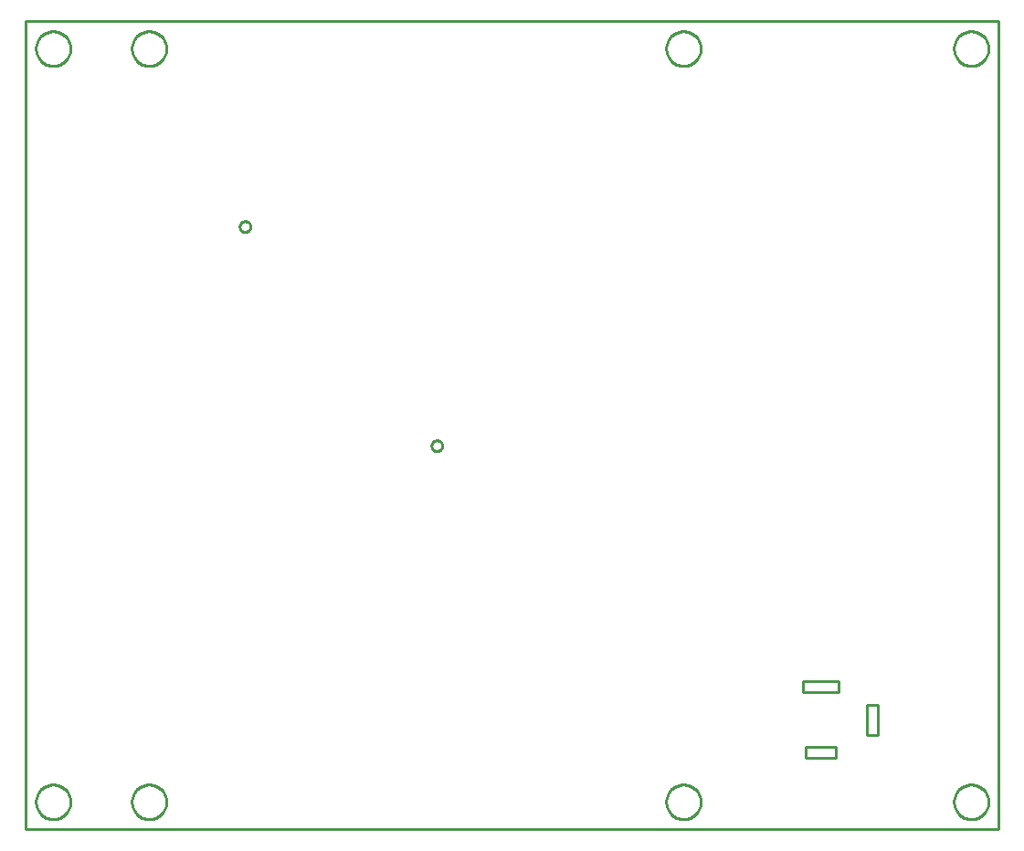
<source format=gbr>
G04 EAGLE Gerber X2 export*
%TF.Part,Single*%
%TF.FileFunction,Profile,NP*%
%TF.FilePolarity,Positive*%
%TF.GenerationSoftware,Autodesk,EAGLE,9.1.0*%
%TF.CreationDate,2019-04-29T08:05:55Z*%
G75*
%MOMM*%
%FSLAX34Y34*%
%LPD*%
%AMOC8*
5,1,8,0,0,1.08239X$1,22.5*%
G01*
%ADD10C,0.254000*%


D10*
X0Y0D02*
X901700Y0D01*
X901700Y749300D01*
X0Y749200D01*
X0Y0D01*
X722600Y66600D02*
X750600Y66600D01*
X750600Y76600D01*
X722600Y76600D01*
X722600Y66600D01*
X720100Y127600D02*
X753100Y127600D01*
X753100Y137600D01*
X720100Y137600D01*
X720100Y127600D01*
X779600Y87600D02*
X789600Y87600D01*
X789600Y115600D01*
X779600Y115600D01*
X779600Y87600D01*
X892300Y723376D02*
X892232Y722331D01*
X892095Y721292D01*
X891890Y720265D01*
X891619Y719253D01*
X891283Y718261D01*
X890882Y717293D01*
X890418Y716354D01*
X889895Y715446D01*
X889313Y714575D01*
X888675Y713744D01*
X887984Y712957D01*
X887243Y712216D01*
X886456Y711525D01*
X885625Y710888D01*
X884754Y710306D01*
X883846Y709782D01*
X882907Y709318D01*
X881939Y708917D01*
X880947Y708581D01*
X879935Y708310D01*
X878908Y708105D01*
X877869Y707969D01*
X876824Y707900D01*
X875776Y707900D01*
X874731Y707969D01*
X873692Y708105D01*
X872665Y708310D01*
X871653Y708581D01*
X870661Y708917D01*
X869693Y709318D01*
X868754Y709782D01*
X867846Y710306D01*
X866975Y710888D01*
X866144Y711525D01*
X865357Y712216D01*
X864616Y712957D01*
X863925Y713744D01*
X863288Y714575D01*
X862706Y715446D01*
X862182Y716354D01*
X861718Y717293D01*
X861317Y718261D01*
X860981Y719253D01*
X860710Y720265D01*
X860505Y721292D01*
X860369Y722331D01*
X860300Y723376D01*
X860300Y724424D01*
X860369Y725469D01*
X860505Y726508D01*
X860710Y727535D01*
X860981Y728547D01*
X861317Y729539D01*
X861718Y730507D01*
X862182Y731446D01*
X862706Y732354D01*
X863288Y733225D01*
X863925Y734056D01*
X864616Y734843D01*
X865357Y735584D01*
X866144Y736275D01*
X866975Y736913D01*
X867846Y737495D01*
X868754Y738018D01*
X869693Y738482D01*
X870661Y738883D01*
X871653Y739219D01*
X872665Y739490D01*
X873692Y739695D01*
X874731Y739832D01*
X875776Y739900D01*
X876824Y739900D01*
X877869Y739832D01*
X878908Y739695D01*
X879935Y739490D01*
X880947Y739219D01*
X881939Y738883D01*
X882907Y738482D01*
X883846Y738018D01*
X884754Y737495D01*
X885625Y736913D01*
X886456Y736275D01*
X887243Y735584D01*
X887984Y734843D01*
X888675Y734056D01*
X889313Y733225D01*
X889895Y732354D01*
X890418Y731446D01*
X890882Y730507D01*
X891283Y729539D01*
X891619Y728547D01*
X891890Y727535D01*
X892095Y726508D01*
X892232Y725469D01*
X892300Y724424D01*
X892300Y723376D01*
X892300Y24876D02*
X892232Y23831D01*
X892095Y22792D01*
X891890Y21765D01*
X891619Y20753D01*
X891283Y19761D01*
X890882Y18793D01*
X890418Y17854D01*
X889895Y16946D01*
X889313Y16075D01*
X888675Y15244D01*
X887984Y14457D01*
X887243Y13716D01*
X886456Y13025D01*
X885625Y12388D01*
X884754Y11806D01*
X883846Y11282D01*
X882907Y10818D01*
X881939Y10417D01*
X880947Y10081D01*
X879935Y9810D01*
X878908Y9605D01*
X877869Y9469D01*
X876824Y9400D01*
X875776Y9400D01*
X874731Y9469D01*
X873692Y9605D01*
X872665Y9810D01*
X871653Y10081D01*
X870661Y10417D01*
X869693Y10818D01*
X868754Y11282D01*
X867846Y11806D01*
X866975Y12388D01*
X866144Y13025D01*
X865357Y13716D01*
X864616Y14457D01*
X863925Y15244D01*
X863288Y16075D01*
X862706Y16946D01*
X862182Y17854D01*
X861718Y18793D01*
X861317Y19761D01*
X860981Y20753D01*
X860710Y21765D01*
X860505Y22792D01*
X860369Y23831D01*
X860300Y24876D01*
X860300Y25924D01*
X860369Y26969D01*
X860505Y28008D01*
X860710Y29035D01*
X860981Y30047D01*
X861317Y31039D01*
X861718Y32007D01*
X862182Y32946D01*
X862706Y33854D01*
X863288Y34725D01*
X863925Y35556D01*
X864616Y36343D01*
X865357Y37084D01*
X866144Y37775D01*
X866975Y38413D01*
X867846Y38995D01*
X868754Y39518D01*
X869693Y39982D01*
X870661Y40383D01*
X871653Y40719D01*
X872665Y40990D01*
X873692Y41195D01*
X874731Y41332D01*
X875776Y41400D01*
X876824Y41400D01*
X877869Y41332D01*
X878908Y41195D01*
X879935Y40990D01*
X880947Y40719D01*
X881939Y40383D01*
X882907Y39982D01*
X883846Y39518D01*
X884754Y38995D01*
X885625Y38413D01*
X886456Y37775D01*
X887243Y37084D01*
X887984Y36343D01*
X888675Y35556D01*
X889313Y34725D01*
X889895Y33854D01*
X890418Y32946D01*
X890882Y32007D01*
X891283Y31039D01*
X891619Y30047D01*
X891890Y29035D01*
X892095Y28008D01*
X892232Y26969D01*
X892300Y25924D01*
X892300Y24876D01*
X41400Y24876D02*
X41332Y23831D01*
X41195Y22792D01*
X40990Y21765D01*
X40719Y20753D01*
X40383Y19761D01*
X39982Y18793D01*
X39518Y17854D01*
X38995Y16946D01*
X38413Y16075D01*
X37775Y15244D01*
X37084Y14457D01*
X36343Y13716D01*
X35556Y13025D01*
X34725Y12388D01*
X33854Y11806D01*
X32946Y11282D01*
X32007Y10818D01*
X31039Y10417D01*
X30047Y10081D01*
X29035Y9810D01*
X28008Y9605D01*
X26969Y9469D01*
X25924Y9400D01*
X24876Y9400D01*
X23831Y9469D01*
X22792Y9605D01*
X21765Y9810D01*
X20753Y10081D01*
X19761Y10417D01*
X18793Y10818D01*
X17854Y11282D01*
X16946Y11806D01*
X16075Y12388D01*
X15244Y13025D01*
X14457Y13716D01*
X13716Y14457D01*
X13025Y15244D01*
X12388Y16075D01*
X11806Y16946D01*
X11282Y17854D01*
X10818Y18793D01*
X10417Y19761D01*
X10081Y20753D01*
X9810Y21765D01*
X9605Y22792D01*
X9469Y23831D01*
X9400Y24876D01*
X9400Y25924D01*
X9469Y26969D01*
X9605Y28008D01*
X9810Y29035D01*
X10081Y30047D01*
X10417Y31039D01*
X10818Y32007D01*
X11282Y32946D01*
X11806Y33854D01*
X12388Y34725D01*
X13025Y35556D01*
X13716Y36343D01*
X14457Y37084D01*
X15244Y37775D01*
X16075Y38413D01*
X16946Y38995D01*
X17854Y39518D01*
X18793Y39982D01*
X19761Y40383D01*
X20753Y40719D01*
X21765Y40990D01*
X22792Y41195D01*
X23831Y41332D01*
X24876Y41400D01*
X25924Y41400D01*
X26969Y41332D01*
X28008Y41195D01*
X29035Y40990D01*
X30047Y40719D01*
X31039Y40383D01*
X32007Y39982D01*
X32946Y39518D01*
X33854Y38995D01*
X34725Y38413D01*
X35556Y37775D01*
X36343Y37084D01*
X37084Y36343D01*
X37775Y35556D01*
X38413Y34725D01*
X38995Y33854D01*
X39518Y32946D01*
X39982Y32007D01*
X40383Y31039D01*
X40719Y30047D01*
X40990Y29035D01*
X41195Y28008D01*
X41332Y26969D01*
X41400Y25924D01*
X41400Y24876D01*
X41400Y723376D02*
X41332Y722331D01*
X41195Y721292D01*
X40990Y720265D01*
X40719Y719253D01*
X40383Y718261D01*
X39982Y717293D01*
X39518Y716354D01*
X38995Y715446D01*
X38413Y714575D01*
X37775Y713744D01*
X37084Y712957D01*
X36343Y712216D01*
X35556Y711525D01*
X34725Y710888D01*
X33854Y710306D01*
X32946Y709782D01*
X32007Y709318D01*
X31039Y708917D01*
X30047Y708581D01*
X29035Y708310D01*
X28008Y708105D01*
X26969Y707969D01*
X25924Y707900D01*
X24876Y707900D01*
X23831Y707969D01*
X22792Y708105D01*
X21765Y708310D01*
X20753Y708581D01*
X19761Y708917D01*
X18793Y709318D01*
X17854Y709782D01*
X16946Y710306D01*
X16075Y710888D01*
X15244Y711525D01*
X14457Y712216D01*
X13716Y712957D01*
X13025Y713744D01*
X12388Y714575D01*
X11806Y715446D01*
X11282Y716354D01*
X10818Y717293D01*
X10417Y718261D01*
X10081Y719253D01*
X9810Y720265D01*
X9605Y721292D01*
X9469Y722331D01*
X9400Y723376D01*
X9400Y724424D01*
X9469Y725469D01*
X9605Y726508D01*
X9810Y727535D01*
X10081Y728547D01*
X10417Y729539D01*
X10818Y730507D01*
X11282Y731446D01*
X11806Y732354D01*
X12388Y733225D01*
X13025Y734056D01*
X13716Y734843D01*
X14457Y735584D01*
X15244Y736275D01*
X16075Y736913D01*
X16946Y737495D01*
X17854Y738018D01*
X18793Y738482D01*
X19761Y738883D01*
X20753Y739219D01*
X21765Y739490D01*
X22792Y739695D01*
X23831Y739832D01*
X24876Y739900D01*
X25924Y739900D01*
X26969Y739832D01*
X28008Y739695D01*
X29035Y739490D01*
X30047Y739219D01*
X31039Y738883D01*
X32007Y738482D01*
X32946Y738018D01*
X33854Y737495D01*
X34725Y736913D01*
X35556Y736275D01*
X36343Y735584D01*
X37084Y734843D01*
X37775Y734056D01*
X38413Y733225D01*
X38995Y732354D01*
X39518Y731446D01*
X39982Y730507D01*
X40383Y729539D01*
X40719Y728547D01*
X40990Y727535D01*
X41195Y726508D01*
X41332Y725469D01*
X41400Y724424D01*
X41400Y723376D01*
X130300Y24876D02*
X130232Y23831D01*
X130095Y22792D01*
X129890Y21765D01*
X129619Y20753D01*
X129283Y19761D01*
X128882Y18793D01*
X128418Y17854D01*
X127895Y16946D01*
X127313Y16075D01*
X126675Y15244D01*
X125984Y14457D01*
X125243Y13716D01*
X124456Y13025D01*
X123625Y12388D01*
X122754Y11806D01*
X121846Y11282D01*
X120907Y10818D01*
X119939Y10417D01*
X118947Y10081D01*
X117935Y9810D01*
X116908Y9605D01*
X115869Y9469D01*
X114824Y9400D01*
X113776Y9400D01*
X112731Y9469D01*
X111692Y9605D01*
X110665Y9810D01*
X109653Y10081D01*
X108661Y10417D01*
X107693Y10818D01*
X106754Y11282D01*
X105846Y11806D01*
X104975Y12388D01*
X104144Y13025D01*
X103357Y13716D01*
X102616Y14457D01*
X101925Y15244D01*
X101288Y16075D01*
X100706Y16946D01*
X100182Y17854D01*
X99718Y18793D01*
X99317Y19761D01*
X98981Y20753D01*
X98710Y21765D01*
X98505Y22792D01*
X98369Y23831D01*
X98300Y24876D01*
X98300Y25924D01*
X98369Y26969D01*
X98505Y28008D01*
X98710Y29035D01*
X98981Y30047D01*
X99317Y31039D01*
X99718Y32007D01*
X100182Y32946D01*
X100706Y33854D01*
X101288Y34725D01*
X101925Y35556D01*
X102616Y36343D01*
X103357Y37084D01*
X104144Y37775D01*
X104975Y38413D01*
X105846Y38995D01*
X106754Y39518D01*
X107693Y39982D01*
X108661Y40383D01*
X109653Y40719D01*
X110665Y40990D01*
X111692Y41195D01*
X112731Y41332D01*
X113776Y41400D01*
X114824Y41400D01*
X115869Y41332D01*
X116908Y41195D01*
X117935Y40990D01*
X118947Y40719D01*
X119939Y40383D01*
X120907Y39982D01*
X121846Y39518D01*
X122754Y38995D01*
X123625Y38413D01*
X124456Y37775D01*
X125243Y37084D01*
X125984Y36343D01*
X126675Y35556D01*
X127313Y34725D01*
X127895Y33854D01*
X128418Y32946D01*
X128882Y32007D01*
X129283Y31039D01*
X129619Y30047D01*
X129890Y29035D01*
X130095Y28008D01*
X130232Y26969D01*
X130300Y25924D01*
X130300Y24876D01*
X625600Y24876D02*
X625532Y23831D01*
X625395Y22792D01*
X625190Y21765D01*
X624919Y20753D01*
X624583Y19761D01*
X624182Y18793D01*
X623718Y17854D01*
X623195Y16946D01*
X622613Y16075D01*
X621975Y15244D01*
X621284Y14457D01*
X620543Y13716D01*
X619756Y13025D01*
X618925Y12388D01*
X618054Y11806D01*
X617146Y11282D01*
X616207Y10818D01*
X615239Y10417D01*
X614247Y10081D01*
X613235Y9810D01*
X612208Y9605D01*
X611169Y9469D01*
X610124Y9400D01*
X609076Y9400D01*
X608031Y9469D01*
X606992Y9605D01*
X605965Y9810D01*
X604953Y10081D01*
X603961Y10417D01*
X602993Y10818D01*
X602054Y11282D01*
X601146Y11806D01*
X600275Y12388D01*
X599444Y13025D01*
X598657Y13716D01*
X597916Y14457D01*
X597225Y15244D01*
X596588Y16075D01*
X596006Y16946D01*
X595482Y17854D01*
X595018Y18793D01*
X594617Y19761D01*
X594281Y20753D01*
X594010Y21765D01*
X593805Y22792D01*
X593669Y23831D01*
X593600Y24876D01*
X593600Y25924D01*
X593669Y26969D01*
X593805Y28008D01*
X594010Y29035D01*
X594281Y30047D01*
X594617Y31039D01*
X595018Y32007D01*
X595482Y32946D01*
X596006Y33854D01*
X596588Y34725D01*
X597225Y35556D01*
X597916Y36343D01*
X598657Y37084D01*
X599444Y37775D01*
X600275Y38413D01*
X601146Y38995D01*
X602054Y39518D01*
X602993Y39982D01*
X603961Y40383D01*
X604953Y40719D01*
X605965Y40990D01*
X606992Y41195D01*
X608031Y41332D01*
X609076Y41400D01*
X610124Y41400D01*
X611169Y41332D01*
X612208Y41195D01*
X613235Y40990D01*
X614247Y40719D01*
X615239Y40383D01*
X616207Y39982D01*
X617146Y39518D01*
X618054Y38995D01*
X618925Y38413D01*
X619756Y37775D01*
X620543Y37084D01*
X621284Y36343D01*
X621975Y35556D01*
X622613Y34725D01*
X623195Y33854D01*
X623718Y32946D01*
X624182Y32007D01*
X624583Y31039D01*
X624919Y30047D01*
X625190Y29035D01*
X625395Y28008D01*
X625532Y26969D01*
X625600Y25924D01*
X625600Y24876D01*
X130300Y723376D02*
X130232Y722331D01*
X130095Y721292D01*
X129890Y720265D01*
X129619Y719253D01*
X129283Y718261D01*
X128882Y717293D01*
X128418Y716354D01*
X127895Y715446D01*
X127313Y714575D01*
X126675Y713744D01*
X125984Y712957D01*
X125243Y712216D01*
X124456Y711525D01*
X123625Y710888D01*
X122754Y710306D01*
X121846Y709782D01*
X120907Y709318D01*
X119939Y708917D01*
X118947Y708581D01*
X117935Y708310D01*
X116908Y708105D01*
X115869Y707969D01*
X114824Y707900D01*
X113776Y707900D01*
X112731Y707969D01*
X111692Y708105D01*
X110665Y708310D01*
X109653Y708581D01*
X108661Y708917D01*
X107693Y709318D01*
X106754Y709782D01*
X105846Y710306D01*
X104975Y710888D01*
X104144Y711525D01*
X103357Y712216D01*
X102616Y712957D01*
X101925Y713744D01*
X101288Y714575D01*
X100706Y715446D01*
X100182Y716354D01*
X99718Y717293D01*
X99317Y718261D01*
X98981Y719253D01*
X98710Y720265D01*
X98505Y721292D01*
X98369Y722331D01*
X98300Y723376D01*
X98300Y724424D01*
X98369Y725469D01*
X98505Y726508D01*
X98710Y727535D01*
X98981Y728547D01*
X99317Y729539D01*
X99718Y730507D01*
X100182Y731446D01*
X100706Y732354D01*
X101288Y733225D01*
X101925Y734056D01*
X102616Y734843D01*
X103357Y735584D01*
X104144Y736275D01*
X104975Y736913D01*
X105846Y737495D01*
X106754Y738018D01*
X107693Y738482D01*
X108661Y738883D01*
X109653Y739219D01*
X110665Y739490D01*
X111692Y739695D01*
X112731Y739832D01*
X113776Y739900D01*
X114824Y739900D01*
X115869Y739832D01*
X116908Y739695D01*
X117935Y739490D01*
X118947Y739219D01*
X119939Y738883D01*
X120907Y738482D01*
X121846Y738018D01*
X122754Y737495D01*
X123625Y736913D01*
X124456Y736275D01*
X125243Y735584D01*
X125984Y734843D01*
X126675Y734056D01*
X127313Y733225D01*
X127895Y732354D01*
X128418Y731446D01*
X128882Y730507D01*
X129283Y729539D01*
X129619Y728547D01*
X129890Y727535D01*
X130095Y726508D01*
X130232Y725469D01*
X130300Y724424D01*
X130300Y723376D01*
X625600Y723376D02*
X625532Y722331D01*
X625395Y721292D01*
X625190Y720265D01*
X624919Y719253D01*
X624583Y718261D01*
X624182Y717293D01*
X623718Y716354D01*
X623195Y715446D01*
X622613Y714575D01*
X621975Y713744D01*
X621284Y712957D01*
X620543Y712216D01*
X619756Y711525D01*
X618925Y710888D01*
X618054Y710306D01*
X617146Y709782D01*
X616207Y709318D01*
X615239Y708917D01*
X614247Y708581D01*
X613235Y708310D01*
X612208Y708105D01*
X611169Y707969D01*
X610124Y707900D01*
X609076Y707900D01*
X608031Y707969D01*
X606992Y708105D01*
X605965Y708310D01*
X604953Y708581D01*
X603961Y708917D01*
X602993Y709318D01*
X602054Y709782D01*
X601146Y710306D01*
X600275Y710888D01*
X599444Y711525D01*
X598657Y712216D01*
X597916Y712957D01*
X597225Y713744D01*
X596588Y714575D01*
X596006Y715446D01*
X595482Y716354D01*
X595018Y717293D01*
X594617Y718261D01*
X594281Y719253D01*
X594010Y720265D01*
X593805Y721292D01*
X593669Y722331D01*
X593600Y723376D01*
X593600Y724424D01*
X593669Y725469D01*
X593805Y726508D01*
X594010Y727535D01*
X594281Y728547D01*
X594617Y729539D01*
X595018Y730507D01*
X595482Y731446D01*
X596006Y732354D01*
X596588Y733225D01*
X597225Y734056D01*
X597916Y734843D01*
X598657Y735584D01*
X599444Y736275D01*
X600275Y736913D01*
X601146Y737495D01*
X602054Y738018D01*
X602993Y738482D01*
X603961Y738883D01*
X604953Y739219D01*
X605965Y739490D01*
X606992Y739695D01*
X608031Y739832D01*
X609076Y739900D01*
X610124Y739900D01*
X611169Y739832D01*
X612208Y739695D01*
X613235Y739490D01*
X614247Y739219D01*
X615239Y738883D01*
X616207Y738482D01*
X617146Y738018D01*
X618054Y737495D01*
X618925Y736913D01*
X619756Y736275D01*
X620543Y735584D01*
X621284Y734843D01*
X621975Y734056D01*
X622613Y733225D01*
X623195Y732354D01*
X623718Y731446D01*
X624182Y730507D01*
X624583Y729539D01*
X624919Y728547D01*
X625190Y727535D01*
X625395Y726508D01*
X625532Y725469D01*
X625600Y724424D01*
X625600Y723376D01*
X208200Y558519D02*
X208137Y557961D01*
X208012Y557414D01*
X207827Y556884D01*
X207583Y556378D01*
X207284Y555902D01*
X206934Y555463D01*
X206537Y555066D01*
X206098Y554716D01*
X205622Y554417D01*
X205116Y554173D01*
X204586Y553988D01*
X204039Y553863D01*
X203481Y553800D01*
X202919Y553800D01*
X202361Y553863D01*
X201814Y553988D01*
X201284Y554173D01*
X200778Y554417D01*
X200302Y554716D01*
X199863Y555066D01*
X199466Y555463D01*
X199116Y555902D01*
X198817Y556378D01*
X198573Y556884D01*
X198388Y557414D01*
X198263Y557961D01*
X198200Y558519D01*
X198200Y559081D01*
X198263Y559639D01*
X198388Y560186D01*
X198573Y560716D01*
X198817Y561222D01*
X199116Y561698D01*
X199466Y562137D01*
X199863Y562534D01*
X200302Y562884D01*
X200778Y563183D01*
X201284Y563427D01*
X201814Y563612D01*
X202361Y563737D01*
X202919Y563800D01*
X203481Y563800D01*
X204039Y563737D01*
X204586Y563612D01*
X205116Y563427D01*
X205622Y563183D01*
X206098Y562884D01*
X206537Y562534D01*
X206934Y562137D01*
X207284Y561698D01*
X207583Y561222D01*
X207827Y560716D01*
X208012Y560186D01*
X208137Y559639D01*
X208200Y559081D01*
X208200Y558519D01*
X386000Y355319D02*
X385937Y354761D01*
X385812Y354214D01*
X385627Y353684D01*
X385383Y353178D01*
X385084Y352702D01*
X384734Y352263D01*
X384337Y351866D01*
X383898Y351516D01*
X383422Y351217D01*
X382916Y350973D01*
X382386Y350788D01*
X381839Y350663D01*
X381281Y350600D01*
X380719Y350600D01*
X380161Y350663D01*
X379614Y350788D01*
X379084Y350973D01*
X378578Y351217D01*
X378102Y351516D01*
X377663Y351866D01*
X377266Y352263D01*
X376916Y352702D01*
X376617Y353178D01*
X376373Y353684D01*
X376188Y354214D01*
X376063Y354761D01*
X376000Y355319D01*
X376000Y355881D01*
X376063Y356439D01*
X376188Y356986D01*
X376373Y357516D01*
X376617Y358022D01*
X376916Y358498D01*
X377266Y358937D01*
X377663Y359334D01*
X378102Y359684D01*
X378578Y359983D01*
X379084Y360227D01*
X379614Y360412D01*
X380161Y360537D01*
X380719Y360600D01*
X381281Y360600D01*
X381839Y360537D01*
X382386Y360412D01*
X382916Y360227D01*
X383422Y359983D01*
X383898Y359684D01*
X384337Y359334D01*
X384734Y358937D01*
X385084Y358498D01*
X385383Y358022D01*
X385627Y357516D01*
X385812Y356986D01*
X385937Y356439D01*
X386000Y355881D01*
X386000Y355319D01*
M02*

</source>
